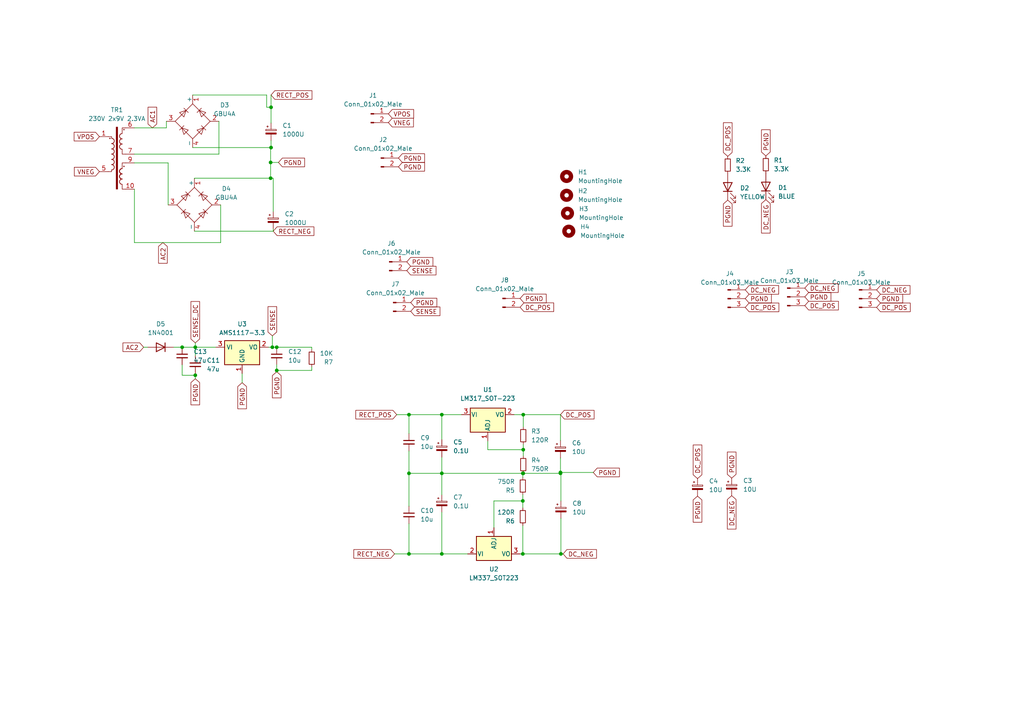
<source format=kicad_sch>
(kicad_sch (version 20230121) (generator eeschema)
  (paper "A4")
  (lib_symbols
    (symbol "Connector:Conn_01x02_Male" (pin_names (offset 1.016) hide)
      (property "Reference" "J" (at 0 2.54 0))
      (property "Value" "Conn_01x02_Male" (at 0 -5.08 0))
      (symbol "Conn_01x02_Male_1_1"
        (polyline (pts (xy 1.27 -2.54) (xy 0.8636 -2.54)) (stroke (width 0.1524)))
        (polyline (pts (xy 1.27 0) (xy 0.8636 0)) (stroke (width 0.1524)))
        (rectangle (start 0.8636 -2.413) (end 0 -2.667) (stroke (width 0.1524)) (fill (type outline)))
        (rectangle (start 0.8636 0.127) (end 0 -0.127) (stroke (width 0.1524)) (fill (type outline)))
        (pin passive line (at 5.08 0 180) (length 3.81) (name "Pin_1") (number "1"))
        (pin passive line (at 5.08 -2.54 180) (length 3.81) (name "Pin_2") (number "2"))
      )
    )
    (symbol "Connector:Conn_01x03_Male" (pin_names (offset 1.016) hide)
      (property "Reference" "J" (at 0 5.08 0))
      (property "Value" "Conn_01x03_Male" (at 0 -5.08 0))
      (symbol "Conn_01x03_Male_1_1"
        (polyline (pts (xy 1.27 -2.54) (xy 0.8636 -2.54)) (stroke (width 0.1524)))
        (polyline (pts (xy 1.27 0) (xy 0.8636 0)) (stroke (width 0.1524)))
        (polyline (pts (xy 1.27 2.54) (xy 0.8636 2.54)) (stroke (width 0.1524)))
        (rectangle (start 0.8636 -2.413) (end 0 -2.667) (stroke (width 0.1524)) (fill (type outline)))
        (rectangle (start 0.8636 0.127) (end 0 -0.127) (stroke (width 0.1524)) (fill (type outline)))
        (rectangle (start 0.8636 2.667) (end 0 2.413) (stroke (width 0.1524)) (fill (type outline)))
        (pin passive line (at 5.08 2.54 180) (length 3.81) (name "Pin_1") (number "1"))
        (pin passive line (at 5.08 0 180) (length 3.81) (name "Pin_2") (number "2"))
        (pin passive line (at 5.08 -2.54 180) (length 3.81) (name "Pin_3") (number "3"))
      )
    )
    (symbol "Device:C_Polarized_Small" (pin_numbers hide) (pin_names (offset 0.254) hide)
      (property "Reference" "C" (at 0.254 1.778 0))
      (property "Value" "C_Polarized_Small" (at 0.254 -2.032 0))
      (symbol "C_Polarized_Small_0_1"
        (rectangle (start -1.524 -0.3048) (end 1.524 -0.6858) (fill (type outline)))
        (rectangle (start -1.524 0.6858) (end 1.524 0.3048))
        (polyline (pts (xy -1.27 1.524) (xy -0.762 1.524)))
        (polyline (pts (xy -1.016 1.27) (xy -1.016 1.778)))
      )
      (symbol "C_Polarized_Small_1_1"
        (pin passive line (at 0 2.54 270) (length 1.8542) (name "~") (number "1"))
        (pin passive line (at 0 -2.54 90) (length 1.8542) (name "~") (number "2"))
      )
    )
    (symbol "Device:C_Small" (pin_numbers hide) (pin_names (offset 0.254) hide)
      (property "Reference" "C" (at 0.254 1.778 0))
      (property "Value" "C_Small" (at 0.254 -2.032 0))
      (symbol "C_Small_0_1"
        (polyline (pts (xy -1.524 -0.508) (xy 1.524 -0.508)) (stroke (width 0.3302)))
        (polyline (pts (xy -1.524 0.508) (xy 1.524 0.508)) (stroke (width 0.3048)))
      )
      (symbol "C_Small_1_1"
        (pin passive line (at 0 2.54 270) (length 2.032) (name "~") (number "1"))
        (pin passive line (at 0 -2.54 90) (length 2.032) (name "~") (number "2"))
      )
    )
    (symbol "Device:LED" (pin_numbers hide) (pin_names (offset 1.016) hide)
      (property "Reference" "D" (at 0 2.54 0))
      (property "Value" "LED" (at 0 -2.54 0))
      (symbol "LED_0_1"
        (polyline (pts (xy -1.27 -1.27) (xy -1.27 1.27)) (stroke (width 0.254)))
        (polyline (pts (xy -1.27 0) (xy 1.27 0)))
        (polyline (pts (xy 1.27 -1.27) (xy 1.27 1.27) (xy -1.27 0) (xy 1.27 -1.27)) (stroke (width 0.254)))
        (polyline (pts (xy -3.048 -0.762) (xy -4.572 -2.286) (xy -3.81 -2.286) (xy -4.572 -2.286) (xy -4.572 -1.524)))
        (polyline (pts (xy -1.778 -0.762) (xy -3.302 -2.286) (xy -2.54 -2.286) (xy -3.302 -2.286) (xy -3.302 -1.524)))
      )
      (symbol "LED_1_1"
        (pin passive line (at -3.81 0 0) (length 2.54) (name "K") (number "1"))
        (pin passive line (at 3.81 0 180) (length 2.54) (name "A") (number "2"))
      )
    )
    (symbol "Device:R_Small" (pin_numbers hide) (pin_names (offset 0.254) hide)
      (property "Reference" "R" (at 0.762 0.508 0))
      (property "Value" "R_Small" (at 0.762 -1.016 0))
      (symbol "R_Small_0_1"
        (rectangle (start -0.762 1.778) (end 0.762 -1.778) (stroke (width 0.2032)))
      )
      (symbol "R_Small_1_1"
        (pin passive line (at 0 2.54 270) (length 0.762) (name "~") (number "1"))
        (pin passive line (at 0 -2.54 90) (length 0.762) (name "~") (number "2"))
      )
    )
    (symbol "Diode:1N4001" (pin_numbers hide) (pin_names hide)
      (property "Reference" "D" (at 0 2.54 0))
      (property "Value" "1N4001" (at 0 -2.54 0))
      (symbol "1N4001_0_1"
        (polyline (pts (xy -1.27 1.27) (xy -1.27 -1.27)) (stroke (width 0.254)))
        (polyline (pts (xy 1.27 0) (xy -1.27 0)))
        (polyline (pts (xy 1.27 1.27) (xy 1.27 -1.27) (xy -1.27 0) (xy 1.27 1.27)) (stroke (width 0.254)))
      )
      (symbol "1N4001_1_1"
        (pin passive line (at -3.81 0 0) (length 2.54) (name "K") (number "1"))
        (pin passive line (at 3.81 0 180) (length 2.54) (name "A") (number "2"))
      )
    )
    (symbol "Diode_Bridge:GBU4A" (pin_names (offset 0))
      (property "Reference" "D" (at 2.54 6.985 0))
      (property "Value" "GBU4A" (at 2.54 5.08 0))
      (symbol "GBU4A_0_1"
        (polyline (pts (xy -2.54 3.81) (xy -1.27 2.54)))
        (polyline (pts (xy -1.27 -2.54) (xy -2.54 -3.81)))
        (polyline (pts (xy 2.54 -1.27) (xy 3.81 -2.54)))
        (polyline (pts (xy 2.54 1.27) (xy 3.81 2.54)))
        (polyline (pts (xy -3.81 2.54) (xy -2.54 1.27) (xy -1.905 3.175) (xy -3.81 2.54)))
        (polyline (pts (xy -2.54 -1.27) (xy -3.81 -2.54) (xy -1.905 -3.175) (xy -2.54 -1.27)))
        (polyline (pts (xy 1.27 2.54) (xy 2.54 3.81) (xy 3.175 1.905) (xy 1.27 2.54)))
        (polyline (pts (xy 3.175 -1.905) (xy 1.27 -2.54) (xy 2.54 -3.81) (xy 3.175 -1.905)))
        (polyline (pts (xy -5.08 0) (xy 0 -5.08) (xy 5.08 0) (xy 0 5.08) (xy -5.08 0)))
      )
      (symbol "GBU4A_1_1"
        (pin passive line (at 7.62 0 180) (length 2.54) (name "+") (number "1"))
        (pin passive line (at 0 -7.62 90) (length 2.54) (name "~") (number "2"))
        (pin passive line (at 0 7.62 270) (length 2.54) (name "~") (number "3"))
        (pin passive line (at -7.62 0 0) (length 2.54) (name "-") (number "4"))
      )
    )
    (symbol "Mechanical:MountingHole" (pin_names (offset 1.016))
      (property "Reference" "H" (at 0 5.08 0))
      (property "Value" "MountingHole" (at 0 3.175 0))
      (symbol "MountingHole_0_1"
        (circle (center 0 0) (radius 1.27) (stroke (width 1.27)))
      )
    )
    (symbol "Regulator_Linear:AMS1117-3.3"
      (property "Reference" "U" (at -3.81 3.175 0))
      (property "Value" "AMS1117-3.3" (at 0 3.175 0))
      (symbol "AMS1117-3.3_0_1"
        (rectangle (start -5.08 -5.08) (end 5.08 1.905) (stroke (width 0.254)) (fill (type background)))
      )
      (symbol "AMS1117-3.3_1_1"
        (pin power_in line (at 0 -7.62 90) (length 2.54) (name "GND") (number "1"))
        (pin power_out line (at 7.62 0 180) (length 2.54) (name "VO") (number "2"))
        (pin power_in line (at -7.62 0 0) (length 2.54) (name "VI") (number "3"))
      )
    )
    (symbol "Regulator_Linear:LM317_SOT-223" (pin_names (offset 0.254))
      (property "Reference" "U" (at -3.81 3.175 0))
      (property "Value" "LM317_SOT-223" (at 0 3.175 0))
      (symbol "LM317_SOT-223_0_1"
        (rectangle (start -5.08 1.905) (end 5.08 -5.08) (stroke (width 0.254)) (fill (type background)))
      )
      (symbol "LM317_SOT-223_1_1"
        (pin input line (at 0 -7.62 90) (length 2.54) (name "ADJ") (number "1"))
        (pin power_out line (at 7.62 0 180) (length 2.54) (name "VO") (number "2"))
        (pin power_in line (at -7.62 0 0) (length 2.54) (name "VI") (number "3"))
      )
    )
    (symbol "Regulator_Linear:LM337_SOT223" (pin_names (offset 0.254))
      (property "Reference" "U" (at -3.81 -3.175 0))
      (property "Value" "LM337_SOT223" (at 0 -3.175 0))
      (symbol "LM337_SOT223_0_1"
        (rectangle (start -5.08 5.08) (end 5.08 -1.905) (stroke (width 0.254)) (fill (type background)))
      )
      (symbol "LM337_SOT223_1_1"
        (pin input line (at 0 7.62 270) (length 2.54) (name "ADJ") (number "1"))
        (pin power_in line (at -7.62 0 0) (length 2.54) (name "VI") (number "2"))
        (pin power_out line (at 7.62 0 180) (length 2.54) (name "VO") (number "3"))
      )
    )
    (symbol "Transformer:TEZ2.6-D-2" (pin_names (offset 0.0254))
      (property "Reference" "TR" (at 0 8.89 0))
      (property "Value" "TEZ2.6-D-2" (at 0 -11.43 0))
      (symbol "TEZ2.6-D-2_0_1"
        (circle (center -2.032 4.572) (radius 0.127))
        (arc (start -1.524 -4.572) (mid -0.7653 -3.81) (end -1.524 -3.048) (stroke (width 0.2032)))
        (arc (start -1.524 -3.048) (mid -0.7653 -2.286) (end -1.524 -1.524) (stroke (width 0.2032)))
        (arc (start -1.524 -1.524) (mid -0.7653 -0.762) (end -1.524 0) (stroke (width 0.2032)))
        (arc (start -1.524 0) (mid -0.7653 0.762) (end -1.524 1.524) (stroke (width 0.2032)))
        (arc (start -1.524 1.524) (mid -0.7653 2.286) (end -1.524 3.048) (stroke (width 0.2032)))
        (arc (start -1.524 3.048) (mid -0.7653 3.81) (end -1.524 4.572) (stroke (width 0.2032)))
        (rectangle (start -0.254 7.874) (end 0.254 -10.16) (stroke (width 0.0254)) (fill (type outline)))
        (polyline (pts (xy -1.524 -4.572) (xy -1.524 -5.08) (xy -2.54 -5.08)))
        (polyline (pts (xy -1.524 4.572) (xy -1.524 5.08) (xy -2.54 5.08)))
        (polyline (pts (xy 1.524 -8.89) (xy 1.524 -10.16) (xy 2.54 -10.16)))
        (polyline (pts (xy 2.54 -2.54) (xy 1.524 -2.54) (xy 1.524 -4.064)))
        (polyline (pts (xy 2.54 0) (xy 1.524 0) (xy 1.524 1.27)))
        (polyline (pts (xy 2.54 7.62) (xy 1.524 7.62) (xy 1.524 6.096)))
        (arc (start 1.524 -7.239) (mid 0.7653 -8.001) (end 1.524 -8.763) (stroke (width 0.2032)))
        (arc (start 1.524 -5.715) (mid 0.7653 -6.477) (end 1.524 -7.239) (stroke (width 0.2032)))
        (arc (start 1.524 -5.715) (mid 0.7653 -6.477) (end 1.524 -7.239) (stroke (width 0.2032)))
        (arc (start 1.524 -4.191) (mid 0.7653 -4.953) (end 1.524 -5.715) (stroke (width 0.2032)))
        (arc (start 1.524 -4.191) (mid 0.7653 -4.953) (end 1.524 -5.715) (stroke (width 0.2032)))
        (arc (start 1.524 2.921) (mid 0.7653 2.159) (end 1.524 1.397) (stroke (width 0.2032)))
        (arc (start 1.524 4.445) (mid 0.7653 3.683) (end 1.524 2.921) (stroke (width 0.2032)))
        (arc (start 1.524 5.969) (mid 0.7653 5.207) (end 1.524 4.445) (stroke (width 0.2032)))
        (circle (center 2.032 -3.556) (radius 0.127))
        (circle (center 2.032 7.112) (radius 0.127))
      )
      (symbol "TEZ2.6-D-2_1_1"
        (pin passive line (at -5.08 5.08 0) (length 2.54) (name "~") (number "1"))
        (pin passive line (at 5.08 -10.16 180) (length 2.54) (name "~") (number "10"))
        (pin passive line (at -5.08 -5.08 0) (length 2.54) (name "~") (number "5"))
        (pin passive line (at 5.08 7.62 180) (length 2.54) (name "~") (number "6"))
        (pin passive line (at 5.08 0 180) (length 2.54) (name "~") (number "7"))
        (pin passive line (at 5.08 -2.54 180) (length 2.54) (name "~") (number "9"))
      )
    )
  )
  (junction (at 56.642 100.711))
  (junction (at 118.618 160.655))
  (junction (at 151.765 130.429))
  (junction (at 80.264 100.711))
  (junction (at 151.638 145.288))
  (junction (at 151.765 120.269))
  (junction (at 151.638 137.287))
  (junction (at 128.143 120.269))
  (junction (at 56.642 108.839))
  (junction (at 162.56 137.287))
  (junction (at 52.832 100.711))
  (junction (at 128.143 160.655))
  (junction (at 78.613 42.799))
  (junction (at 118.618 120.269))
  (junction (at 151.638 160.655))
  (junction (at 162.687 160.655))
  (junction (at 78.486 51.689))
  (junction (at 80.264 107.442))
  (junction (at 78.613 31.115))
  (junction (at 162.56 137.033))
  (junction (at 78.994 100.711))
  (junction (at 128.143 137.287))
  (junction (at 78.486 47.117))
  (junction (at 118.618 137.287))
  (junction (at 151.765 137.287))
  (wire (pts (xy 79.248 51.689) (xy 78.486 51.689)))
  (wire (pts (xy 38.989 37.084) (xy 48.26 37.084)))
  (wire (pts (xy 78.994 100.711) (xy 80.264 100.711)))
  (wire (pts (xy 52.832 108.839) (xy 56.642 108.839)))
  (wire (pts (xy 78.613 43.053) (xy 78.486 43.053)))
  (wire (pts (xy 64.008 70.358) (xy 38.989 70.358)))
  (wire (pts (xy 118.618 137.287) (xy 128.143 137.287)))
  (wire (pts (xy 48.768 47.244) (xy 38.989 47.244)))
  (wire (pts (xy 118.618 146.812) (xy 118.618 137.287)))
  (wire (pts (xy 151.765 130.429) (xy 151.765 132.207)))
  (wire (pts (xy 151.765 128.905) (xy 151.765 130.429)))
  (wire (pts (xy 118.618 160.655) (xy 128.143 160.655)))
  (wire (pts (xy 48.768 59.436) (xy 48.768 47.244)))
  (wire (pts (xy 78.613 31.115) (xy 78.613 35.687)))
  (wire (pts (xy 90.424 107.442) (xy 80.264 107.442)))
  (wire (pts (xy 78.486 51.689) (xy 56.388 51.689)))
  (wire (pts (xy 90.424 100.711) (xy 90.424 101.346)))
  (wire (pts (xy 78.613 40.767) (xy 78.613 42.799)))
  (wire (pts (xy 80.264 107.442) (xy 80.264 107.823)))
  (wire (pts (xy 162.687 160.655) (xy 163.322 160.655)))
  (wire (pts (xy 162.687 160.655) (xy 162.687 150.368)))
  (wire (pts (xy 151.638 152.4) (xy 151.638 160.655)))
  (wire (pts (xy 56.642 100.711) (xy 62.611 100.711)))
  (wire (pts (xy 56.642 109.855) (xy 56.642 108.839)))
  (wire (pts (xy 70.231 110.998) (xy 70.231 108.331)))
  (wire (pts (xy 90.424 106.426) (xy 90.424 107.442)))
  (wire (pts (xy 128.143 160.655) (xy 135.636 160.655)))
  (wire (pts (xy 162.56 127.762) (xy 162.56 120.269)))
  (wire (pts (xy 52.832 100.711) (xy 56.642 100.711)))
  (wire (pts (xy 80.264 105.791) (xy 80.264 107.442)))
  (wire (pts (xy 141.478 127.889) (xy 141.478 130.429)))
  (wire (pts (xy 128.143 120.269) (xy 133.858 120.269)))
  (wire (pts (xy 118.618 151.892) (xy 118.618 160.655)))
  (wire (pts (xy 118.618 130.81) (xy 118.618 137.287)))
  (wire (pts (xy 56.642 103.251) (xy 56.642 100.711)))
  (wire (pts (xy 143.256 145.288) (xy 151.638 145.288)))
  (wire (pts (xy 55.88 42.799) (xy 78.613 42.799)))
  (wire (pts (xy 128.143 127.508) (xy 128.143 120.269)))
  (wire (pts (xy 162.56 132.842) (xy 162.56 137.033)))
  (wire (pts (xy 77.343 27.559) (xy 77.343 31.115)))
  (wire (pts (xy 78.994 100.711) (xy 77.851 100.711)))
  (wire (pts (xy 143.256 153.035) (xy 143.256 145.288)))
  (wire (pts (xy 151.765 137.287) (xy 162.56 137.287)))
  (wire (pts (xy 50.419 100.711) (xy 52.832 100.711)))
  (wire (pts (xy 128.143 137.287) (xy 128.143 132.588)))
  (wire (pts (xy 151.765 120.269) (xy 151.765 123.825)))
  (wire (pts (xy 78.486 43.053) (xy 78.486 47.117)))
  (wire (pts (xy 79.248 66.421) (xy 79.248 67.056)))
  (wire (pts (xy 48.26 35.179) (xy 48.26 37.084)))
  (wire (pts (xy 128.143 148.59) (xy 128.143 160.655)))
  (wire (pts (xy 151.765 120.269) (xy 162.56 120.269)))
  (wire (pts (xy 78.486 47.117) (xy 80.772 47.117)))
  (wire (pts (xy 151.638 147.32) (xy 151.638 145.288)))
  (wire (pts (xy 52.832 105.791) (xy 52.832 108.839)))
  (wire (pts (xy 78.613 42.799) (xy 78.613 43.053)))
  (wire (pts (xy 151.638 160.655) (xy 162.687 160.655)))
  (wire (pts (xy 79.248 67.056) (xy 56.388 67.056)))
  (wire (pts (xy 151.638 145.288) (xy 151.638 143.51)))
  (wire (pts (xy 115.062 120.269) (xy 118.618 120.269)))
  (wire (pts (xy 149.098 120.269) (xy 151.765 120.269)))
  (wire (pts (xy 55.88 27.559) (xy 77.343 27.559)))
  (wire (pts (xy 80.264 100.711) (xy 90.424 100.711)))
  (wire (pts (xy 56.642 99.441) (xy 56.642 100.711)))
  (wire (pts (xy 56.388 51.689) (xy 56.388 51.816)))
  (wire (pts (xy 151.638 160.655) (xy 150.876 160.655)))
  (wire (pts (xy 64.008 59.436) (xy 64.008 70.358)))
  (wire (pts (xy 38.989 44.704) (xy 63.5 44.704)))
  (wire (pts (xy 162.56 137.033) (xy 162.56 137.287)))
  (wire (pts (xy 78.613 27.559) (xy 78.613 31.115)))
  (wire (pts (xy 162.687 145.288) (xy 162.687 137.287)))
  (wire (pts (xy 56.642 108.839) (xy 56.642 108.331)))
  (wire (pts (xy 162.56 137.287) (xy 162.687 137.287)))
  (wire (pts (xy 78.486 47.117) (xy 78.486 51.689)))
  (wire (pts (xy 118.618 125.73) (xy 118.618 120.269)))
  (wire (pts (xy 118.618 120.269) (xy 128.143 120.269)))
  (wire (pts (xy 151.638 137.287) (xy 151.765 137.287)))
  (wire (pts (xy 77.343 31.115) (xy 78.613 31.115)))
  (wire (pts (xy 141.478 130.429) (xy 151.765 130.429)))
  (wire (pts (xy 63.5 35.179) (xy 63.5 44.704)))
  (wire (pts (xy 38.989 70.358) (xy 38.989 54.864)))
  (wire (pts (xy 151.638 137.287) (xy 151.638 138.43)))
  (wire (pts (xy 78.994 97.409) (xy 78.994 100.711)))
  (wire (pts (xy 128.143 143.51) (xy 128.143 137.287)))
  (wire (pts (xy 128.143 137.287) (xy 151.638 137.287)))
  (wire (pts (xy 41.656 100.711) (xy 42.799 100.711)))
  (wire (pts (xy 114.427 160.655) (xy 118.618 160.655)))
  (wire (pts (xy 79.248 51.689) (xy 79.248 61.341)))
  (wire (pts (xy 172.085 137.033) (xy 162.56 137.033)))
  (global_label "VNEG" (shape input) (at 112.649 35.56 0) (property "Intersheetrefs" "${INTERSHEET_REFS}" (effects hide)))
  (global_label "AC2" (shape input) (at 41.656 100.711 180) (property "Intersheetrefs" "${INTERSHEET_REFS}" (effects hide)))
  (global_label "DC_NEG" (shape input) (at 254.254 84.074 0) (property "Intersheetrefs" "${INTERSHEET_REFS}" (effects hide)))
  (global_label "SENSE" (shape input) (at 119.126 90.297 0) (property "Intersheetrefs" "${INTERSHEET_REFS}" (effects hide)))
  (global_label "PGND" (shape input) (at 233.426 86.106 0) (property "Intersheetrefs" "${INTERSHEET_REFS}" (effects hide)))
  (global_label "DC_POS" (shape input) (at 211.074 45.339 90) (property "Intersheetrefs" "${INTERSHEET_REFS}" (effects hide)))
  (global_label "RECT_NEG" (shape input) (at 114.427 160.655 180) (property "Intersheetrefs" "${INTERSHEET_REFS}" (effects hide)))
  (global_label "RECT_NEG" (shape input) (at 79.248 67.056 0) (property "Intersheetrefs" "${INTERSHEET_REFS}" (effects hide)))
  (global_label "PGND" (shape input) (at 202.311 143.891 270) (property "Intersheetrefs" "${INTERSHEET_REFS}" (effects hide)))
  (global_label "PGND" (shape input) (at 80.772 47.117 0) (property "Intersheetrefs" "${INTERSHEET_REFS}" (effects hide)))
  (global_label "SENSE" (shape input) (at 78.994 97.409 90) (property "Intersheetrefs" "${INTERSHEET_REFS}" (effects hide)))
  (global_label "RECT_POS" (shape input) (at 115.062 120.269 180) (property "Intersheetrefs" "${INTERSHEET_REFS}" (effects hide)))
  (global_label "RECT_POS" (shape input) (at 78.613 27.559 0) (property "Intersheetrefs" "${INTERSHEET_REFS}" (effects hide)))
  (global_label "VNEG" (shape input) (at 28.829 49.784 180) (property "Intersheetrefs" "${INTERSHEET_REFS}" (effects hide)))
  (global_label "DC_NEG" (shape input) (at 233.426 83.566 0) (property "Intersheetrefs" "${INTERSHEET_REFS}" (effects hide)))
  (global_label "VPOS" (shape input) (at 28.829 39.624 180) (property "Intersheetrefs" "${INTERSHEET_REFS}" (effects hide)))
  (global_label "DC_NEG" (shape input) (at 212.217 143.764 270) (property "Intersheetrefs" "${INTERSHEET_REFS}" (effects hide)))
  (global_label "DC_POS" (shape input) (at 254.254 89.154 0) (property "Intersheetrefs" "${INTERSHEET_REFS}" (effects hide)))
  (global_label "VPOS" (shape input) (at 112.649 33.02 0) (property "Intersheetrefs" "${INTERSHEET_REFS}" (effects hide)))
  (global_label "SENSE" (shape input) (at 117.983 78.486 0) (property "Intersheetrefs" "${INTERSHEET_REFS}" (effects hide)))
  (global_label "DC_POS" (shape input) (at 216.154 89.154 0) (property "Intersheetrefs" "${INTERSHEET_REFS}" (effects hide)))
  (global_label "PGND" (shape input) (at 216.154 86.614 0) (property "Intersheetrefs" "${INTERSHEET_REFS}" (effects hide)))
  (global_label "PGND" (shape input) (at 115.57 45.847 0) (property "Intersheetrefs" "${INTERSHEET_REFS}" (effects hide)))
  (global_label "PGND" (shape input) (at 115.57 48.387 0) (property "Intersheetrefs" "${INTERSHEET_REFS}" (effects hide)))
  (global_label "PGND" (shape input) (at 212.217 138.684 90) (property "Intersheetrefs" "${INTERSHEET_REFS}" (effects hide)))
  (global_label "PGND" (shape input) (at 119.126 87.757 0) (property "Intersheetrefs" "${INTERSHEET_REFS}" (effects hide)))
  (global_label "DC_POS" (shape input) (at 233.426 88.646 0) (property "Intersheetrefs" "${INTERSHEET_REFS}" (effects hide)))
  (global_label "DC_NEG" (shape input) (at 222.123 57.912 270) (property "Intersheetrefs" "${INTERSHEET_REFS}" (effects hide)))
  (global_label "DC_NEG" (shape input) (at 216.154 84.074 0) (property "Intersheetrefs" "${INTERSHEET_REFS}" (effects hide)))
  (global_label "DC_POS" (shape input) (at 162.56 120.269 0) (property "Intersheetrefs" "${INTERSHEET_REFS}" (effects hide)))
  (global_label "AC1" (shape input) (at 44.196 37.084 90) (property "Intersheetrefs" "${INTERSHEET_REFS}" (effects hide)))
  (global_label "PGND" (shape input) (at 150.8463 86.569 0) (property "Intersheetrefs" "${INTERSHEET_REFS}" (effects hide)))
  (global_label "PGND" (shape input) (at 117.983 75.946 0) (property "Intersheetrefs" "${INTERSHEET_REFS}" (effects hide)))
  (global_label "PGND" (shape input) (at 70.231 110.998 270) (property "Intersheetrefs" "${INTERSHEET_REFS}" (effects hide)))
  (global_label "SENSE_DC" (shape input) (at 56.642 99.441 90) (property "Intersheetrefs" "${INTERSHEET_REFS}" (effects hide)))
  (global_label "DC_NEG" (shape input) (at 163.322 160.655 0) (property "Intersheetrefs" "${INTERSHEET_REFS}" (effects hide)))
  (global_label "DC_POS" (shape input) (at 202.311 138.811 90) (property "Intersheetrefs" "${INTERSHEET_REFS}" (effects hide)))
  (global_label "PGND" (shape input) (at 211.074 58.039 270) (property "Intersheetrefs" "${INTERSHEET_REFS}" (effects hide)))
  (global_label "PGND" (shape input) (at 254.254 86.614 0) (property "Intersheetrefs" "${INTERSHEET_REFS}" (effects hide)))
  (global_label "AC2" (shape input) (at 47.244 70.358 270) (property "Intersheetrefs" "${INTERSHEET_REFS}" (effects hide)))
  (global_label "PGND" (shape input) (at 172.085 137.033 0) (property "Intersheetrefs" "${INTERSHEET_REFS}" (effects hide)))
  (global_label "PGND" (shape input) (at 222.123 45.212 90) (property "Intersheetrefs" "${INTERSHEET_REFS}" (effects hide)))
  (global_label "PGND" (shape input) (at 80.264 107.823 270) (property "Intersheetrefs" "${INTERSHEET_REFS}" (effects hide)))
  (global_label "DC_POS" (shape input) (at 150.8463 89.109 0) (property "Intersheetrefs" "${INTERSHEET_REFS}" (effects hide)))
  (global_label "PGND" (shape input) (at 56.642 109.855 270) (property "Intersheetrefs" "${INTERSHEET_REFS}" (effects hide)))
  (symbol (lib_id "Connector:Conn_01x03_Male") (at 249.174 86.614 0) (unit 1)
    (property "Reference" "J5" (at 249.809 79.375 0))
    (property "Value" "Conn_01x03_Male" (at 249.809 81.915 0))
    (property "Footprint" "Connector_JST:JST_PH_B3B-PH-K_1x03_P2.00mm_Vertical" (effects hide))
  )
  (symbol (lib_id "Regulator_Linear:LM317_SOT-223") (at 141.478 120.269 0) (unit 1)
    (property "Reference" "U1" (at 141.478 113.03 0))
    (property "Value" "LM317_SOT-223" (at 141.478 115.57 0))
    (property "Footprint" "Package_TO_SOT_SMD:SOT-223-3_TabPin2" (effects hide))
    (property "Datasheet" "http://www.ti.com/lit/ds/symlink/lm317.pdf" (effects hide))
  )
  (symbol (lib_id "Mechanical:MountingHole") (at 164.338 51.181 0) (unit 1)
    (property "Reference" "H1" (at 167.64 49.9109 0) (effects (justify left)))
    (property "Value" "MountingHole" (at 167.64 52.4509 0) (effects (justify left)))
    (property "Footprint" "MountingHole:MountingHole_3.2mm_M3" (effects hide))
  )
  (symbol (lib_id "Diode_Bridge:GBU4A") (at 56.388 59.436 90) (unit 1)
    (property "Reference" "D4" (at 65.659 54.737 90))
    (property "Value" "GBU4A" (at 65.659 57.277 90))
    (property "Footprint" "Diode_THT:Diode_Bridge_Vishay_GBU" (effects hide))
    (property "Datasheet" "http://www.vishay.com/docs/88656/gbu4a.pdf" (effects hide))
  )
  (symbol (lib_id "Device:R_Small") (at 211.074 47.879 0) (unit 1)
    (property "Reference" "R2" (at 213.36 46.6089 0) (effects (justify left)))
    (property "Value" "3.3K" (at 213.36 49.1489 0) (effects (justify left)))
    (property "Footprint" "Resistor_SMD:R_0603_1608Metric_Pad0.98x0.95mm_HandSolder" (effects hide))
  )
  (symbol (lib_id "Regulator_Linear:AMS1117-3.3") (at 70.231 100.711 0) (unit 1)
    (property "Reference" "U3" (at 70.231 93.98 0))
    (property "Value" "AMS1117-3.3" (at 70.231 96.52 0))
    (property "Footprint" "Package_TO_SOT_SMD:SOT-223-3_TabPin2" (effects hide))
    (property "Datasheet" "http://www.advanced-monolithic.com/pdf/ds1117.pdf" (effects hide))
  )
  (symbol (lib_id "Device:C_Polarized_Small") (at 79.248 63.881 0) (unit 1)
    (property "Reference" "C2" (at 82.55 62.0648 0) (effects (justify left)))
    (property "Value" "1000U" (at 82.55 64.6048 0) (effects (justify left)))
    (property "Footprint" "Capacitor_THT:CP_Radial_D10.0mm_P5.00mm_P7.50mm" (effects hide))
  )
  (symbol (lib_id "Device:C_Polarized_Small") (at 128.143 130.048 0) (unit 1)
    (property "Reference" "C5" (at 131.445 128.2318 0) (effects (justify left)))
    (property "Value" "0.1U" (at 131.445 130.7718 0) (effects (justify left)))
    (property "Footprint" "Capacitor_SMD:C_0603_1608Metric_Pad1.08x0.95mm_HandSolder" (effects hide))
  )
  (symbol (lib_id "Device:C_Polarized_Small") (at 212.217 141.224 0) (unit 1)
    (property "Reference" "C3" (at 215.519 139.4078 0) (effects (justify left)))
    (property "Value" "10U" (at 215.519 141.9478 0) (effects (justify left)))
    (property "Footprint" "Capacitor_SMD:C_1206_3216Metric_Pad1.33x1.80mm_HandSolder" (effects hide))
  )
  (symbol (lib_id "Device:C_Small") (at 52.832 103.251 0) (unit 1)
    (property "Reference" "C13" (at 56.134 101.9873 0) (effects (justify left)))
    (property "Value" "47u" (at 56.134 104.5273 0) (effects (justify left)))
    (property "Footprint" "Capacitor_SMD:C_1206_3216Metric_Pad1.33x1.80mm_HandSolder" (effects hide))
  )
  (symbol (lib_id "Device:C_Polarized_Small") (at 162.56 130.302 0) (unit 1)
    (property "Reference" "C6" (at 165.862 128.4858 0) (effects (justify left)))
    (property "Value" "10U" (at 165.862 131.0258 0) (effects (justify left)))
    (property "Footprint" "Capacitor_SMD:C_1206_3216Metric_Pad1.33x1.80mm_HandSolder" (effects hide))
  )
  (symbol (lib_id "Connector:Conn_01x02_Male") (at 145.7663 86.569 0) (unit 1)
    (property "Reference" "J8" (at 146.4013 81.235 0))
    (property "Value" "Conn_01x02_Male" (at 146.4013 83.775 0))
    (property "Footprint" "Connector_JST:JST_PH_B2B-PH-K_1x02_P2.00mm_Vertical" (effects hide))
  )
  (symbol (lib_id "Device:R_Small") (at 151.765 126.365 0) (unit 1)
    (property "Reference" "R3" (at 154.051 125.0949 0) (effects (justify left)))
    (property "Value" "120R" (at 154.051 127.6349 0) (effects (justify left)))
    (property "Footprint" "Resistor_SMD:R_0603_1608Metric_Pad0.98x0.95mm_HandSolder" (effects hide))
  )
  (symbol (lib_id "Device:C_Polarized_Small") (at 202.311 141.351 0) (unit 1)
    (property "Reference" "C4" (at 205.613 139.5348 0) (effects (justify left)))
    (property "Value" "10U" (at 205.613 142.0748 0) (effects (justify left)))
    (property "Footprint" "Capacitor_SMD:C_1206_3216Metric_Pad1.33x1.80mm_HandSolder" (effects hide))
  )
  (symbol (lib_id "Device:C_Polarized_Small") (at 128.143 146.05 0) (unit 1)
    (property "Reference" "C7" (at 131.445 144.2338 0) (effects (justify left)))
    (property "Value" "0.1U" (at 131.445 146.7738 0) (effects (justify left)))
    (property "Footprint" "Capacitor_SMD:C_0603_1608Metric_Pad1.08x0.95mm_HandSolder" (effects hide))
  )
  (symbol (lib_id "Regulator_Linear:LM337_SOT223") (at 143.256 160.655 0) (unit 1)
    (property "Reference" "U2" (at 143.256 165.1 0))
    (property "Value" "LM337_SOT223" (at 143.256 167.64 0))
    (property "Footprint" "Package_TO_SOT_SMD:SOT-223-3_TabPin2" (effects hide))
    (property "Datasheet" "http://www.ti.com/lit/ds/symlink/lm337-n.pdf" (effects hide))
  )
  (symbol (lib_id "Connector:Conn_01x02_Male") (at 107.569 33.02 0) (unit 1)
    (property "Reference" "J1" (at 108.204 27.686 0))
    (property "Value" "Conn_01x02_Male" (at 108.204 30.226 0))
    (property "Footprint" "Connector_JST:JST_XH_B2B-XH-A_1x02_P2.50mm_Vertical" (effects hide))
  )
  (symbol (lib_id "Mechanical:MountingHole") (at 164.338 56.642 0) (unit 1)
    (property "Reference" "H2" (at 167.64 55.3719 0) (effects (justify left)))
    (property "Value" "MountingHole" (at 167.64 57.9119 0) (effects (justify left)))
    (property "Footprint" "MountingHole:MountingHole_3.2mm_M3" (effects hide))
  )
  (symbol (lib_id "Device:R_Small") (at 151.638 140.97 180) (unit 1)
    (property "Reference" "R5" (at 149.352 142.2401 0) (effects (justify left)))
    (property "Value" "750R" (at 149.352 139.7001 0) (effects (justify left)))
    (property "Footprint" "Resistor_SMD:R_0603_1608Metric_Pad0.98x0.95mm_HandSolder" (effects hide))
  )
  (symbol (lib_id "Diode_Bridge:GBU4A") (at 55.88 35.179 90) (unit 1)
    (property "Reference" "D3" (at 65.151 30.48 90))
    (property "Value" "GBU4A" (at 65.151 33.02 90))
    (property "Footprint" "Diode_THT:Diode_Bridge_Vishay_GBU" (effects hide))
    (property "Datasheet" "http://www.vishay.com/docs/88656/gbu4a.pdf" (effects hide))
  )
  (symbol (lib_id "Device:C_Polarized_Small") (at 162.687 147.828 0) (unit 1)
    (property "Reference" "C8" (at 165.989 146.0118 0) (effects (justify left)))
    (property "Value" "10U" (at 165.989 148.5518 0) (effects (justify left)))
    (property "Footprint" "Capacitor_SMD:C_1206_3216Metric_Pad1.33x1.80mm_HandSolder" (effects hide))
  )
  (symbol (lib_id "Connector:Conn_01x03_Male") (at 211.074 86.614 0) (unit 1)
    (property "Reference" "J4" (at 211.709 79.375 0))
    (property "Value" "Conn_01x03_Male" (at 211.709 81.915 0))
    (property "Footprint" "Connector_JST:JST_PH_B3B-PH-K_1x03_P2.00mm_Vertical" (effects hide))
  )
  (symbol (lib_id "Device:C_Small") (at 80.264 103.251 0) (unit 1)
    (property "Reference" "C12" (at 83.566 101.9873 0) (effects (justify left)))
    (property "Value" "10u" (at 83.566 104.5273 0) (effects (justify left)))
    (property "Footprint" "Capacitor_SMD:C_1206_3216Metric_Pad1.33x1.80mm_HandSolder" (effects hide))
  )
  (symbol (lib_id "Device:LED") (at 222.123 54.102 90) (unit 1)
    (property "Reference" "D1" (at 225.679 54.4194 90) (effects (justify right)))
    (property "Value" "BLUE" (at 225.679 56.9594 90) (effects (justify right)))
    (property "Footprint" "LED_SMD:LED_0805_2012Metric_Pad1.15x1.40mm_HandSolder" (effects hide))
  )
  (symbol (lib_id "Device:C_Small") (at 118.618 128.27 0) (unit 1)
    (property "Reference" "C9" (at 121.92 127.0063 0) (effects (justify left)))
    (property "Value" "10u" (at 121.92 129.5463 0) (effects (justify left)))
    (property "Footprint" "Capacitor_SMD:C_1206_3216Metric_Pad1.33x1.80mm_HandSolder" (effects hide))
  )
  (symbol (lib_id "Device:R_Small") (at 151.638 149.86 180) (unit 1)
    (property "Reference" "R6" (at 149.352 151.1301 0) (effects (justify left)))
    (property "Value" "120R" (at 149.352 148.5901 0) (effects (justify left)))
    (property "Footprint" "Resistor_SMD:R_0603_1608Metric_Pad0.98x0.95mm_HandSolder" (effects hide))
  )
  (symbol (lib_id "Device:R_Small") (at 90.424 103.886 180) (unit 1)
    (property "Reference" "R7" (at 96.647 105.029 0) (effects (justify left)))
    (property "Value" "10K" (at 96.647 102.489 0) (effects (justify left)))
    (property "Footprint" "Resistor_SMD:R_0603_1608Metric_Pad0.98x0.95mm_HandSolder" (effects hide))
  )
  (symbol (lib_id "Connector:Conn_01x02_Male") (at 110.49 45.847 0) (unit 1)
    (property "Reference" "J2" (at 111.125 40.513 0))
    (property "Value" "Conn_01x02_Male" (at 111.125 43.053 0))
    (property "Footprint" "Connector_JST:JST_XH_B2B-XH-A_1x02_P2.50mm_Vertical" (effects hide))
  )
  (symbol (lib_id "Device:R_Small") (at 222.123 47.752 0) (unit 1)
    (property "Reference" "R1" (at 224.409 46.4819 0) (effects (justify left)))
    (property "Value" "3.3K" (at 224.409 49.0219 0) (effects (justify left)))
    (property "Footprint" "Resistor_SMD:R_0603_1608Metric_Pad0.98x0.95mm_HandSolder" (effects hide))
  )
  (symbol (lib_id "Connector:Conn_01x02_Male") (at 112.903 75.946 0) (unit 1)
    (property "Reference" "J6" (at 113.538 70.612 0))
    (property "Value" "Conn_01x02_Male" (at 113.538 73.152 0))
    (property "Footprint" "Connector_JST:JST_PH_B2B-PH-K_1x02_P2.00mm_Vertical" (effects hide))
  )
  (symbol (lib_id "Device:C_Small") (at 56.642 105.791 0) (unit 1)
    (property "Reference" "C11" (at 59.944 104.5273 0) (effects (justify left)))
    (property "Value" "47u" (at 59.944 107.0673 0) (effects (justify left)))
    (property "Footprint" "Capacitor_SMD:C_1206_3216Metric_Pad1.33x1.80mm_HandSolder" (effects hide))
  )
  (symbol (lib_id "Connector:Conn_01x03_Male") (at 228.346 86.106 0) (unit 1)
    (property "Reference" "J3" (at 228.981 78.867 0))
    (property "Value" "Conn_01x03_Male" (at 228.981 81.407 0))
    (property "Footprint" "Connector_JST:JST_PH_B3B-PH-K_1x03_P2.00mm_Vertical" (effects hide))
  )
  (symbol (lib_id "Connector:Conn_01x02_Male") (at 114.046 87.757 0) (unit 1)
    (property "Reference" "J7" (at 114.681 82.423 0))
    (property "Value" "Conn_01x02_Male" (at 114.681 84.963 0))
    (property "Footprint" "Connector_JST:JST_PH_B2B-PH-K_1x02_P2.00mm_Vertical" (effects hide))
  )
  (symbol (lib_id "Diode:1N4001") (at 46.609 100.711 180) (unit 1)
    (property "Reference" "D5" (at 46.609 93.98 0))
    (property "Value" "1N4001" (at 46.609 96.52 0))
    (property "Footprint" "Diode_SMD:D_SMA" (effects hide))
    (property "Datasheet" "http://www.vishay.com/docs/88503/1n4001.pdf" (effects hide))
    (property "Sim.Device" "D" (effects hide))
    (property "Sim.Pins" "1=K 2=A" (effects hide))
  )
  (symbol (lib_id "Mechanical:MountingHole") (at 164.973 67.056 0) (unit 1)
    (property "Reference" "H4" (at 168.275 65.7859 0) (effects (justify left)))
    (property "Value" "MountingHole" (at 168.275 68.3259 0) (effects (justify left)))
    (property "Footprint" "MountingHole:MountingHole_3.2mm_M3" (effects hide))
  )
  (symbol (lib_id "Device:C_Small") (at 118.618 149.352 0) (unit 1)
    (property "Reference" "C10" (at 121.92 148.0883 0) (effects (justify left)))
    (property "Value" "10u" (at 121.92 150.6283 0) (effects (justify left)))
    (property "Footprint" "Capacitor_SMD:C_1206_3216Metric_Pad1.33x1.80mm_HandSolder" (effects hide))
  )
  (symbol (lib_id "Device:R_Small") (at 151.765 134.747 0) (unit 1)
    (property "Reference" "R4" (at 154.051 133.4769 0) (effects (justify left)))
    (property "Value" "750R" (at 154.051 136.0169 0) (effects (justify left)))
    (property "Footprint" "Resistor_SMD:R_0603_1608Metric_Pad0.98x0.95mm_HandSolder" (effects hide))
  )
  (symbol (lib_id "Transformer:TEZ2.6-D-2") (at 33.909 44.704 0) (unit 1)
    (property "Reference" "TR1" (at 33.909 31.877 0))
    (property "Value" "230V 2x9V 2.3VA" (at 33.909 34.417 0))
    (property "Footprint" "Transformer_THT:Transformer_Breve_TEZ-28x33" (effects hide))
    (property "Datasheet" "http://www.breve.pl/pdf/ANG/TEZ_ang.pdf" (effects hide))
  )
  (symbol (lib_id "Mechanical:MountingHole") (at 164.592 61.849 0) (unit 1)
    (property "Reference" "H3" (at 167.894 60.5789 0) (effects (justify left)))
    (property "Value" "MountingHole" (at 167.894 63.1189 0) (effects (justify left)))
    (property "Footprint" "MountingHole:MountingHole_3.2mm_M3" (effects hide))
  )
  (symbol (lib_id "Device:LED") (at 211.074 54.229 90) (unit 1)
    (property "Reference" "D2" (at 214.63 54.5464 90) (effects (justify right)))
    (property "Value" "YELLOW" (at 214.63 57.0864 90) (effects (justify right)))
    (property "Footprint" "LED_SMD:LED_0805_2012Metric_Pad1.15x1.40mm_HandSolder" (effects hide))
  )
  (symbol (lib_id "Device:C_Polarized_Small") (at 78.613 38.227 0) (unit 1)
    (property "Reference" "C1" (at 81.915 36.4108 0) (effects (justify left)))
    (property "Value" "1000U" (at 81.915 38.9508 0) (effects (justify left)))
    (property "Footprint" "Capacitor_THT:CP_Radial_D10.0mm_P5.00mm_P7.50mm" (effects hide))
  )
)
</source>
